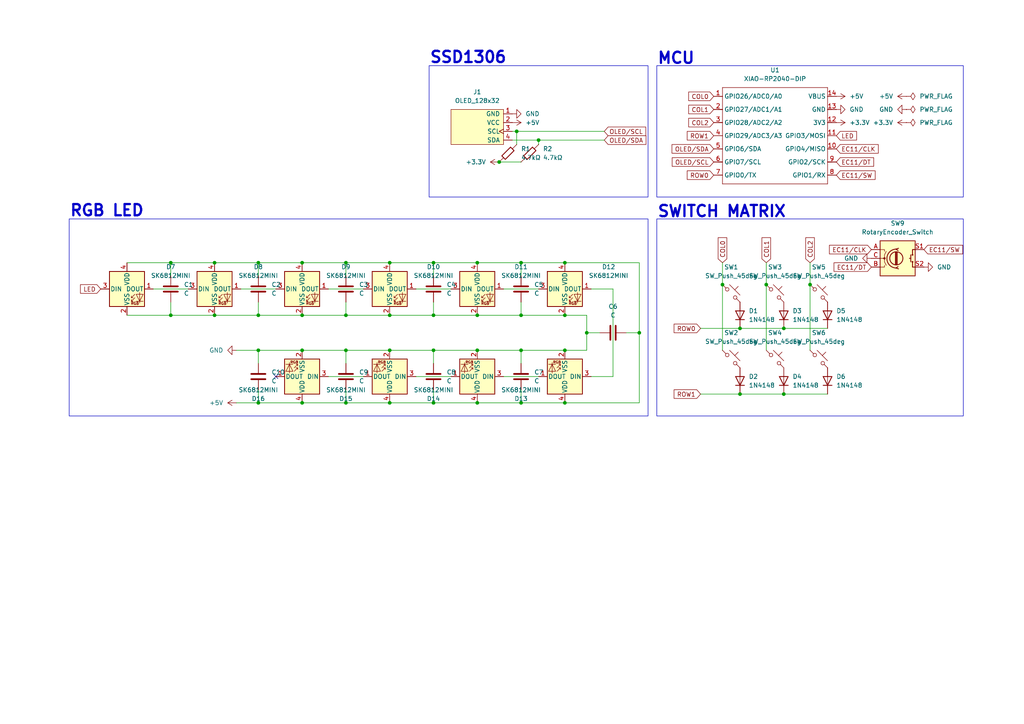
<source format=kicad_sch>
(kicad_sch (version 20250114) (generator "eeschema") (generator_version "9.0")
  (paper "A4")
  (title_block (title "Junyapad") (date "2025-07-01") (rev "1") (comment 1 "Junya :3") (comment 2 "https://github.com/junyali/Junyapad"))
  (lib_symbols
    (symbol "Device:C" (pin_numbers (hide yes)) (pin_names (offset 0.254))
      (property "Reference" "C" (at 0.635 2.54 0))
      (property "Value" "C" (at 0.635 -2.54 0))
      (symbol "C_0_1"
        (polyline (pts (xy -2.032 0.762) (xy 2.032 0.762)) (stroke (width 0.508)))
        (polyline (pts (xy -2.032 -0.762) (xy 2.032 -0.762)) (stroke (width 0.508)))
      )
      (symbol "C_1_1"
        (pin passive line (at 0 3.81 270) (length 2.794) (name "~") (number "1"))
        (pin passive line (at 0 -3.81 90) (length 2.794) (name "~") (number "2"))
      )
    )
    (symbol "Device:R_45deg" (pin_numbers (hide yes)) (pin_names (offset 0))
      (property "Reference" "R" (at 5.08 2.54 0))
      (property "Value" "R_45deg" (at 8.255 0.635 0))
      (symbol "R_45deg_0_1"
        (polyline (pts (xy -2.54 2.54) (xy -1.27 1.27)))
        (polyline (pts (xy 1.27 -1.27) (xy 2.54 -2.54)))
      )
      (symbol "R_45deg_1_1"
        (polyline (pts (xy -1.778 0.762) (xy 0.762 -1.778) (xy 1.778 -0.762) (xy -0.762 1.778) (xy -1.778 0.762)) (stroke (width 0.254)))
        (pin passive line (at -2.54 2.54 0) (length 0) (name "~") (number "1"))
        (pin passive line (at 2.54 -2.54 180) (length 0) (name "~") (number "2"))
      )
    )
    (symbol "Device:RotaryEncoder_Switch" (pin_names (offset 0.254) (hide yes))
      (property "Reference" "SW" (at 0 6.604 0))
      (property "Value" "RotaryEncoder_Switch" (at 0 -6.604 0))
      (symbol "RotaryEncoder_Switch_0_1"
        (rectangle (start -5.08 5.08) (end 5.08 -5.08) (stroke (width 0.254)) (fill (type background)))
        (polyline (pts (xy -5.08 2.54) (xy -3.81 2.54) (xy -3.81 2.032)))
        (polyline (pts (xy -5.08 0) (xy -3.81 0) (xy -3.81 -1.016) (xy -3.302 -2.032)))
        (polyline (pts (xy -5.08 -2.54) (xy -3.81 -2.54) (xy -3.81 -2.032)))
        (polyline (pts (xy -4.318 0) (xy -3.81 0) (xy -3.81 1.016) (xy -3.302 2.032)))
        (circle (center -3.81 0) (radius 0.254) (fill (type outline)))
        (polyline (pts (xy -0.635 -1.778) (xy -0.635 1.778)) (stroke (width 0.254)))
        (circle (center -0.381 0) (radius 1.905) (stroke (width 0.254)))
        (polyline (pts (xy -0.381 -1.778) (xy -0.381 1.778)) (stroke (width 0.254)))
        (arc (start -0.381 -2.794) (mid -3.0988 -0.0635) (end -0.381 2.667) (stroke (width 0.254)))
        (polyline (pts (xy -0.127 1.778) (xy -0.127 -1.778)) (stroke (width 0.254)))
        (polyline (pts (xy 0.254 2.921) (xy -0.508 2.667) (xy 0.127 2.286)) (stroke (width 0.254)))
        (polyline (pts (xy 0.254 -3.048) (xy -0.508 -2.794) (xy 0.127 -2.413)) (stroke (width 0.254)))
        (polyline (pts (xy 3.81 1.016) (xy 3.81 -1.016)) (stroke (width 0.254)))
        (polyline (pts (xy 3.81 0) (xy 3.429 0)) (stroke (width 0.254)))
        (circle (center 4.318 1.016) (radius 0.127) (stroke (width 0.254)))
        (circle (center 4.318 -1.016) (radius 0.127) (stroke (width 0.254)))
        (polyline (pts (xy 5.08 2.54) (xy 4.318 2.54) (xy 4.318 1.016)) (stroke (width 0.254)))
        (polyline (pts (xy 5.08 -2.54) (xy 4.318 -2.54) (xy 4.318 -1.016)) (stroke (width 0.254)))
      )
      (symbol "RotaryEncoder_Switch_1_1"
        (pin passive line (at -7.62 2.54 0) (length 2.54) (name "A") (number "A"))
        (pin passive line (at -7.62 0 0) (length 2.54) (name "C") (number "C"))
        (pin passive line (at -7.62 -2.54 0) (length 2.54) (name "B") (number "B"))
        (pin passive line (at 7.62 2.54 180) (length 2.54) (name "S1") (number "S1"))
        (pin passive line (at 7.62 -2.54 180) (length 2.54) (name "S2") (number "S2"))
      )
    )
    (symbol "Diode:1N4148" (pin_numbers (hide yes)) (pin_names (hide yes))
      (property "Reference" "D" (at 0 2.54 0))
      (property "Value" "1N4148" (at 0 -2.54 0))
      (symbol "1N4148_0_1"
        (polyline (pts (xy -1.27 1.27) (xy -1.27 -1.27)) (stroke (width 0.254)))
        (polyline (pts (xy 1.27 1.27) (xy 1.27 -1.27) (xy -1.27 0) (xy 1.27 1.27)) (stroke (width 0.254)))
        (polyline (pts (xy 1.27 0) (xy -1.27 0)))
      )
      (symbol "1N4148_1_1"
        (pin passive line (at -3.81 0 0) (length 2.54) (name "K") (number "1"))
        (pin passive line (at 3.81 0 180) (length 2.54) (name "A") (number "2"))
      )
    )
    (symbol "LED:SK6812MINI" (pin_names (offset 0.254))
      (property "Reference" "D" (at 5.08 5.715 0))
      (property "Value" "SK6812MINI" (at 1.27 -5.715 0))
      (symbol "SK6812MINI_0_0"
        (text "RGB" (at 2.286 -4.191 0) (effects (font (size 0.762 0.762))))
      )
      (symbol "SK6812MINI_0_1"
        (polyline (pts (xy 1.27 -2.54) (xy 1.778 -2.54)))
        (polyline (pts (xy 1.27 -3.556) (xy 1.778 -3.556)))
        (polyline (pts (xy 2.286 -1.524) (xy 1.27 -2.54) (xy 1.27 -2.032)))
        (polyline (pts (xy 2.286 -2.54) (xy 1.27 -3.556) (xy 1.27 -3.048)))
        (polyline (pts (xy 3.683 -1.016) (xy 3.683 -3.556) (xy 3.683 -4.064)))
        (polyline (pts (xy 4.699 -1.524) (xy 2.667 -1.524) (xy 3.683 -3.556) (xy 4.699 -1.524)))
        (polyline (pts (xy 4.699 -3.556) (xy 2.667 -3.556)))
        (rectangle (start 5.08 5.08) (end -5.08 -5.08) (stroke (width 0.254)) (fill (type background)))
      )
      (symbol "SK6812MINI_1_1"
        (pin input line (at -7.62 0 0) (length 2.54) (name "DIN") (number "3"))
        (pin power_in line (at 0 7.62 270) (length 2.54) (name "VDD") (number "4"))
        (pin power_in line (at 0 -7.62 90) (length 2.54) (name "VSS") (number "2"))
        (pin output line (at 7.62 0 180) (length 2.54) (name "DOUT") (number "1"))
      )
    )
    (symbol "OPL:XIAO-RP2040-DIP"
      (property "Reference" "U" (at 0 0 0))
      (property "Value" "XIAO-RP2040-DIP" (at 5.334 -1.778 0))
      (symbol "XIAO-RP2040-DIP_1_0"
        (polyline (pts (xy -1.27 -2.54) (xy 29.21 -2.54)) (stroke (width 0.1524)))
        (polyline (pts (xy -1.27 -5.08) (xy -2.54 -5.08)) (stroke (width 0.1524)))
        (polyline (pts (xy -1.27 -5.08) (xy -1.27 -2.54)) (stroke (width 0.1524)))
        (polyline (pts (xy -1.27 -8.89) (xy -2.54 -8.89)) (stroke (width 0.1524)))
        (polyline (pts (xy -1.27 -8.89) (xy -1.27 -5.08)) (stroke (width 0.1524)))
        (polyline (pts (xy -1.27 -12.7) (xy -2.54 -12.7)) (stroke (width 0.1524)))
        (polyline (pts (xy -1.27 -12.7) (xy -1.27 -8.89)) (stroke (width 0.1524)))
        (polyline (pts (xy -1.27 -16.51) (xy -2.54 -16.51)) (stroke (width 0.1524)))
        (polyline (pts (xy -1.27 -16.51) (xy -1.27 -12.7)) (stroke (width 0.1524)))
        (polyline (pts (xy -1.27 -20.32) (xy -2.54 -20.32)) (stroke (width 0.1524)))
        (polyline (pts (xy -1.27 -24.13) (xy -2.54 -24.13)) (stroke (width 0.1524)))
        (polyline (pts (xy -1.27 -27.94) (xy -2.54 -27.94)) (stroke (width 0.1524)))
        (polyline (pts (xy -1.27 -30.48) (xy -1.27 -16.51)) (stroke (width 0.1524)))
        (polyline (pts (xy 29.21 -2.54) (xy 29.21 -5.08)) (stroke (width 0.1524)))
        (polyline (pts (xy 29.21 -5.08) (xy 29.21 -8.89)) (stroke (width 0.1524)))
        (polyline (pts (xy 29.21 -8.89) (xy 29.21 -12.7)) (stroke (width 0.1524)))
        (polyline (pts (xy 29.21 -12.7) (xy 29.21 -30.48)) (stroke (width 0.1524)))
        (polyline (pts (xy 29.21 -30.48) (xy -1.27 -30.48)) (stroke (width 0.1524)))
        (polyline (pts (xy 30.48 -5.08) (xy 29.21 -5.08)) (stroke (width 0.1524)))
        (polyline (pts (xy 30.48 -8.89) (xy 29.21 -8.89)) (stroke (width 0.1524)))
        (polyline (pts (xy 30.48 -12.7) (xy 29.21 -12.7)) (stroke (width 0.1524)))
        (polyline (pts (xy 30.48 -16.51) (xy 29.21 -16.51)) (stroke (width 0.1524)))
        (polyline (pts (xy 30.48 -20.32) (xy 29.21 -20.32)) (stroke (width 0.1524)))
        (polyline (pts (xy 30.48 -24.13) (xy 29.21 -24.13)) (stroke (width 0.1524)))
        (polyline (pts (xy 30.48 -27.94) (xy 29.21 -27.94)) (stroke (width 0.1524)))
        (pin passive line (at -3.81 -5.08 0) (length 2.54) (name "GPIO26/ADC0/A0") (number "1"))
        (pin passive line (at -3.81 -8.89 0) (length 2.54) (name "GPIO27/ADC1/A1") (number "2"))
        (pin passive line (at -3.81 -12.7 0) (length 2.54) (name "GPIO28/ADC2/A2") (number "3"))
        (pin passive line (at -3.81 -16.51 0) (length 2.54) (name "GPIO29/ADC3/A3") (number "4"))
        (pin passive line (at -3.81 -20.32 0) (length 2.54) (name "GPIO6/SDA") (number "5"))
        (pin passive line (at -3.81 -24.13 0) (length 2.54) (name "GPIO7/SCL") (number "6"))
        (pin passive line (at -3.81 -27.94 0) (length 2.54) (name "GPIO0/TX") (number "7"))
        (pin passive line (at 31.75 -5.08 180) (length 2.54) (name "VBUS") (number "14"))
        (pin passive line (at 31.75 -8.89 180) (length 2.54) (name "GND") (number "13"))
        (pin passive line (at 31.75 -12.7 180) (length 2.54) (name "3V3") (number "12"))
        (pin passive line (at 31.75 -16.51 180) (length 2.54) (name "GPIO3/MOSI") (number "11"))
        (pin passive line (at 31.75 -20.32 180) (length 2.54) (name "GPIO4/MISO") (number "10"))
        (pin passive line (at 31.75 -24.13 180) (length 2.54) (name "GPIO2/SCK") (number "9"))
        (pin passive line (at 31.75 -27.94 180) (length 2.54) (name "GPIO1/RX") (number "8"))
      )
    )
    (symbol "ScottoKeebs:OLED_128x32" (pin_names (offset 1.016))
      (property "Reference" "J" (at 0 -6.35 0))
      (property "Value" "OLED_128x32" (at 0 6.35 0))
      (symbol "OLED_128x32_0_1"
        (rectangle (start 0 5.08) (end 15.24 -5.08) (fill (type background)))
      )
      (symbol "OLED_128x32_1_1"
        (pin bidirectional line (at -2.54 3.81 0) (length 2.54) (name "SDA") (number "4"))
        (pin input clock (at -2.54 1.27 0) (length 2.54) (name "SCL") (number "3"))
        (pin power_in line (at -2.54 -1.27 0) (length 2.54) (name "VCC") (number "2"))
        (pin power_in line (at -2.54 -3.81 0) (length 2.54) (name "GND") (number "1"))
      )
    )
    (symbol "Switch:SW_Push_45deg" (pin_numbers (hide yes)) (pin_names (offset 1.016) (hide yes))
      (property "Reference" "SW" (at 3.048 1.016 0))
      (property "Value" "SW_Push_45deg" (at 0 -3.81 0))
      (symbol "SW_Push_45deg_0_1"
        (polyline (pts (xy -2.54 2.54) (xy -1.524 1.524) (xy -1.524 1.524)))
        (circle (center -1.1684 1.1684) (radius 0.508))
        (polyline (pts (xy -0.508 2.54) (xy 2.54 -0.508)))
        (polyline (pts (xy 1.016 1.016) (xy 2.032 2.032)))
        (circle (center 1.143 -1.1938) (radius 0.508))
        (polyline (pts (xy 1.524 -1.524) (xy 2.54 -2.54) (xy 2.54 -2.54) (xy 2.54 -2.54)))
        (pin passive line (at -2.54 2.54 0) (length 0) (name "1") (number "1"))
        (pin passive line (at 2.54 -2.54 180) (length 0) (name "2") (number "2"))
      )
    )
    (symbol "power:+3.3V" (power) (pin_numbers (hide yes)) (pin_names (offset 0) (hide yes))
      (property "Value" "+3.3V" (at 0 3.556 0))
      (symbol "+3.3V_0_1"
        (polyline (pts (xy -0.762 1.27) (xy 0 2.54)))
        (polyline (pts (xy 0 2.54) (xy 0.762 1.27)))
        (polyline (pts (xy 0 0) (xy 0 2.54)))
      )
      (symbol "+3.3V_1_1"
        (pin power_in line (at 0 0 90) (length 0) (name "~") (number "1"))
      )
    )
    (symbol "power:+5V" (power) (pin_numbers (hide yes)) (pin_names (offset 0) (hide yes))
      (property "Value" "+5V" (at 0 3.556 0))
      (symbol "+5V_0_1"
        (polyline (pts (xy -0.762 1.27) (xy 0 2.54)))
        (polyline (pts (xy 0 2.54) (xy 0.762 1.27)))
        (polyline (pts (xy 0 0) (xy 0 2.54)))
      )
      (symbol "+5V_1_1"
        (pin power_in line (at 0 0 90) (length 0) (name "~") (number "1"))
      )
    )
    (symbol "power:GND" (power) (pin_numbers (hide yes)) (pin_names (offset 0) (hide yes))
      (property "Value" "GND" (at 0 -3.81 0))
      (symbol "GND_0_1"
        (polyline (pts (xy 0 0) (xy 0 -1.27) (xy 1.27 -1.27) (xy 0 -2.54) (xy -1.27 -1.27) (xy 0 -1.27)))
      )
      (symbol "GND_1_1"
        (pin power_in line (at 0 0 270) (length 0) (name "~") (number "1"))
      )
    )
    (symbol "power:PWR_FLAG" (power) (pin_numbers (hide yes)) (pin_names (offset 0) (hide yes))
      (property "Value" "PWR_FLAG" (at 0 3.81 0))
      (symbol "PWR_FLAG_0_0"
        (pin power_out line (at 0 0 90) (length 0) (name "~") (number "1"))
      )
      (symbol "PWR_FLAG_0_1"
        (polyline (pts (xy 0 0) (xy 0 1.27) (xy -1.016 1.905) (xy 0 2.54) (xy 1.016 1.905) (xy 0 1.27)))
      )
    )
  )
  (rectangle (start 190.5 63.5) (end 279.4 120.65))
  (rectangle (start 190.5 19.05) (end 279.4 57.15))
  (rectangle (start 20.066 63.5) (end 187.96 120.65))
  (rectangle (start 124.46 19.05) (end 187.96 57.15))
  (text "SSD1306" (at 124.46 16.764 0) (effects (font (size 3.2512 3.2512) (thickness 0.6502) (bold yes)) (justify left)))
  (text "SWITCH MATRIX" (at 190.5 61.468 0) (effects (font (size 3.2512 3.2512) (thickness 0.6502) (bold yes)) (justify left)))
  (text "RGB LED\n" (at 20.066 61.214 0) (effects (font (size 3.2512 3.2512) (thickness 0.6502) (bold yes)) (justify left)))
  (text "MCU" (at 190.5 17.018 0) (effects (font (size 3.2512 3.2512) (thickness 0.6502) (bold yes)) (justify left)))
  (junction (at 138.43 116.84))
  (junction (at 87.63 91.44))
  (junction (at 138.43 76.2))
  (junction (at 163.83 116.84))
  (junction (at 222.25 82.55))
  (junction (at 100.33 76.2))
  (junction (at 149.86 38.1))
  (junction (at 214.63 95.25))
  (junction (at 62.23 76.2))
  (junction (at 100.33 116.84))
  (junction (at 170.18 96.52))
  (junction (at 185.42 96.52))
  (junction (at 49.53 91.44))
  (junction (at 163.83 101.6))
  (junction (at 156.21 40.64))
  (junction (at 151.13 101.6))
  (junction (at 214.63 114.3))
  (junction (at 62.23 91.44))
  (junction (at 234.95 82.55))
  (junction (at 151.13 76.2))
  (junction (at 151.13 91.44))
  (junction (at 87.63 116.84))
  (junction (at 74.93 76.2))
  (junction (at 113.03 91.44))
  (junction (at 125.73 91.44))
  (junction (at 74.93 101.6))
  (junction (at 87.63 101.6))
  (junction (at 113.03 116.84))
  (junction (at 138.43 91.44))
  (junction (at 87.63 76.2))
  (junction (at 163.83 91.44))
  (junction (at 100.33 91.44))
  (junction (at 163.83 76.2))
  (junction (at 49.53 76.2))
  (junction (at 74.93 91.44))
  (junction (at 209.55 82.55))
  (junction (at 227.33 114.3))
  (junction (at 100.33 101.6))
  (junction (at 125.73 101.6))
  (junction (at 138.43 101.6))
  (junction (at 113.03 76.2))
  (junction (at 144.78 46.99))
  (junction (at 74.93 116.84))
  (junction (at 125.73 76.2))
  (junction (at 227.33 95.25))
  (junction (at 113.03 101.6))
  (junction (at 151.13 116.84))
  (junction (at 125.73 116.84))
  (no_connect (at 80.01 109.22))
  (wire (pts (xy 163.83 76.2) (xy 185.42 76.2)))
  (wire (pts (xy 100.33 101.6) (xy 100.33 105.41)))
  (wire (pts (xy 69.85 83.82) (xy 80.01 83.82)))
  (wire (pts (xy 125.73 76.2) (xy 138.43 76.2)))
  (wire (pts (xy 234.95 82.55) (xy 234.95 101.6)))
  (wire (pts (xy 151.13 91.44) (xy 163.83 91.44)))
  (wire (pts (xy 144.78 46.99) (xy 151.13 46.99)))
  (wire (pts (xy 138.43 91.44) (xy 151.13 91.44)))
  (wire (pts (xy 100.33 87.63) (xy 100.33 91.44)))
  (wire (pts (xy 100.33 91.44) (xy 113.03 91.44)))
  (wire (pts (xy 100.33 76.2) (xy 113.03 76.2)))
  (wire (pts (xy 149.86 38.1) (xy 149.86 41.91)))
  (wire (pts (xy 113.03 101.6) (xy 100.33 101.6)))
  (wire (pts (xy 87.63 116.84) (xy 74.93 116.84)))
  (wire (pts (xy 113.03 76.2) (xy 125.73 76.2)))
  (wire (pts (xy 74.93 101.6) (xy 68.58 101.6)))
  (wire (pts (xy 151.13 113.03) (xy 151.13 116.84)))
  (wire (pts (xy 138.43 116.84) (xy 125.73 116.84)))
  (wire (pts (xy 125.73 101.6) (xy 125.73 105.41)))
  (wire (pts (xy 227.33 95.25) (xy 240.03 95.25)))
  (wire (pts (xy 125.73 91.44) (xy 138.43 91.44)))
  (wire (pts (xy 95.25 109.22) (xy 105.41 109.22)))
  (wire (pts (xy 125.73 76.2) (xy 125.73 80.01)))
  (wire (pts (xy 214.63 114.3) (xy 227.33 114.3)))
  (wire (pts (xy 185.42 76.2) (xy 185.42 96.52)))
  (wire (pts (xy 171.45 83.82) (xy 177.8 83.82)))
  (wire (pts (xy 222.25 76.2) (xy 222.25 82.55)))
  (wire (pts (xy 74.93 113.03) (xy 74.93 116.84)))
  (wire (pts (xy 138.43 101.6) (xy 125.73 101.6)))
  (wire (pts (xy 74.93 101.6) (xy 74.93 105.41)))
  (wire (pts (xy 120.65 83.82) (xy 130.81 83.82)))
  (wire (pts (xy 100.33 113.03) (xy 100.33 116.84)))
  (wire (pts (xy 100.33 101.6) (xy 87.63 101.6)))
  (wire (pts (xy 113.03 116.84) (xy 100.33 116.84)))
  (wire (pts (xy 170.18 101.6) (xy 163.83 101.6)))
  (wire (pts (xy 234.95 76.2) (xy 234.95 82.55)))
  (wire (pts (xy 209.55 82.55) (xy 209.55 101.6)))
  (wire (pts (xy 49.53 91.44) (xy 62.23 91.44)))
  (wire (pts (xy 170.18 96.52) (xy 170.18 101.6)))
  (wire (pts (xy 163.83 101.6) (xy 151.13 101.6)))
  (wire (pts (xy 148.59 40.64) (xy 156.21 40.64)))
  (wire (pts (xy 222.25 82.55) (xy 222.25 101.6)))
  (wire (pts (xy 100.33 76.2) (xy 100.33 80.01)))
  (wire (pts (xy 74.93 91.44) (xy 87.63 91.44)))
  (wire (pts (xy 209.55 76.2) (xy 209.55 82.55)))
  (wire (pts (xy 151.13 76.2) (xy 163.83 76.2)))
  (wire (pts (xy 138.43 76.2) (xy 151.13 76.2)))
  (wire (pts (xy 185.42 96.52) (xy 185.42 116.84)))
  (wire (pts (xy 181.61 96.52) (xy 185.42 96.52)))
  (wire (pts (xy 113.03 91.44) (xy 125.73 91.44)))
  (wire (pts (xy 151.13 101.6) (xy 151.13 105.41)))
  (wire (pts (xy 149.86 38.1) (xy 175.26 38.1)))
  (wire (pts (xy 227.33 114.3) (xy 240.03 114.3)))
  (wire (pts (xy 87.63 76.2) (xy 100.33 76.2)))
  (wire (pts (xy 87.63 101.6) (xy 74.93 101.6)))
  (wire (pts (xy 125.73 116.84) (xy 113.03 116.84)))
  (wire (pts (xy 177.8 109.22) (xy 171.45 109.22)))
  (wire (pts (xy 49.53 76.2) (xy 62.23 76.2)))
  (wire (pts (xy 74.93 116.84) (xy 68.58 116.84)))
  (wire (pts (xy 163.83 91.44) (xy 170.18 91.44)))
  (wire (pts (xy 95.25 83.82) (xy 105.41 83.82)))
  (wire (pts (xy 156.21 40.64) (xy 175.26 40.64)))
  (wire (pts (xy 125.73 113.03) (xy 125.73 116.84)))
  (wire (pts (xy 151.13 76.2) (xy 151.13 80.01)))
  (wire (pts (xy 146.05 83.82) (xy 156.21 83.82)))
  (wire (pts (xy 74.93 87.63) (xy 74.93 91.44)))
  (wire (pts (xy 125.73 87.63) (xy 125.73 91.44)))
  (wire (pts (xy 214.63 95.25) (xy 227.33 95.25)))
  (wire (pts (xy 49.53 76.2) (xy 49.53 80.01)))
  (wire (pts (xy 125.73 101.6) (xy 113.03 101.6)))
  (wire (pts (xy 151.13 87.63) (xy 151.13 91.44)))
  (wire (pts (xy 151.13 101.6) (xy 138.43 101.6)))
  (wire (pts (xy 49.53 87.63) (xy 49.53 91.44)))
  (wire (pts (xy 74.93 76.2) (xy 87.63 76.2)))
  (wire (pts (xy 185.42 116.84) (xy 163.83 116.84)))
  (wire (pts (xy 62.23 91.44) (xy 74.93 91.44)))
  (wire (pts (xy 100.33 116.84) (xy 87.63 116.84)))
  (wire (pts (xy 170.18 96.52) (xy 173.99 96.52)))
  (wire (pts (xy 74.93 76.2) (xy 74.93 80.01)))
  (wire (pts (xy 170.18 91.44) (xy 170.18 96.52)))
  (wire (pts (xy 156.21 40.64) (xy 156.21 41.91)))
  (wire (pts (xy 148.59 38.1) (xy 149.86 38.1)))
  (wire (pts (xy 151.13 116.84) (xy 138.43 116.84)))
  (wire (pts (xy 62.23 76.2) (xy 74.93 76.2)))
  (wire (pts (xy 177.8 83.82) (xy 177.8 109.22)))
  (wire (pts (xy 203.2 114.3) (xy 214.63 114.3)))
  (wire (pts (xy 146.05 109.22) (xy 156.21 109.22)))
  (wire (pts (xy 36.83 76.2) (xy 49.53 76.2)))
  (wire (pts (xy 87.63 91.44) (xy 100.33 91.44)))
  (wire (pts (xy 120.65 109.22) (xy 130.81 109.22)))
  (wire (pts (xy 203.2 95.25) (xy 214.63 95.25)))
  (wire (pts (xy 36.83 91.44) (xy 49.53 91.44)))
  (wire (pts (xy 44.45 83.82) (xy 54.61 83.82)))
  (wire (pts (xy 163.83 116.84) (xy 151.13 116.84)))
  (global_label "ROW1" (shape input) (at 203.2 114.3 180) (property "Intersheetrefs" "${INTERSHEET_REFS}" (effects (hide yes))))
  (global_label "EC11{slash}DT" (shape input) (at 252.73 77.47 180) (property "Intersheetrefs" "${INTERSHEET_REFS}" (effects (hide yes))))
  (global_label "ROW0" (shape input) (at 203.2 95.25 180) (property "Intersheetrefs" "${INTERSHEET_REFS}" (effects (hide yes))))
  (global_label "COL2" (shape input) (at 207.01 35.56 180) (property "Intersheetrefs" "${INTERSHEET_REFS}" (effects (hide yes))))
  (global_label "EC11{slash}CLK" (shape input) (at 242.57 43.18 0) (property "Intersheetrefs" "${INTERSHEET_REFS}" (effects (hide yes))))
  (global_label "COL0" (shape input) (at 209.55 76.2 90) (property "Intersheetrefs" "${INTERSHEET_REFS}" (effects (hide yes))))
  (global_label "EC11{slash}DT" (shape input) (at 242.57 46.99 0) (property "Intersheetrefs" "${INTERSHEET_REFS}" (effects (hide yes))))
  (global_label "COL1" (shape input) (at 207.01 31.75 180) (property "Intersheetrefs" "${INTERSHEET_REFS}" (effects (hide yes))))
  (global_label "COL0" (shape input) (at 207.01 27.94 180) (property "Intersheetrefs" "${INTERSHEET_REFS}" (effects (hide yes))))
  (global_label "COL1" (shape input) (at 222.25 76.2 90) (property "Intersheetrefs" "${INTERSHEET_REFS}" (effects (hide yes))))
  (global_label "EC11{slash}SW" (shape input) (at 242.57 50.8 0) (property "Intersheetrefs" "${INTERSHEET_REFS}" (effects (hide yes))))
  (global_label "EC11{slash}CLK" (shape input) (at 252.73 72.39 180) (property "Intersheetrefs" "${INTERSHEET_REFS}" (effects (hide yes))))
  (global_label "EC11{slash}SW" (shape input) (at 267.97 72.39 0) (property "Intersheetrefs" "${INTERSHEET_REFS}" (effects (hide yes))))
  (global_label "LED" (shape input) (at 29.21 83.82 180) (property "Intersheetrefs" "${INTERSHEET_REFS}" (effects (hide yes))))
  (global_label "OLED{slash}SDA" (shape input) (at 207.01 43.18 180) (property "Intersheetrefs" "${INTERSHEET_REFS}" (effects (hide yes))))
  (global_label "LED" (shape input) (at 242.57 39.37 0) (property "Intersheetrefs" "${INTERSHEET_REFS}" (effects (hide yes))))
  (global_label "COL2" (shape input) (at 234.95 76.2 90) (property "Intersheetrefs" "${INTERSHEET_REFS}" (effects (hide yes))))
  (global_label "OLED{slash}SDA" (shape input) (at 175.26 40.64 0) (property "Intersheetrefs" "${INTERSHEET_REFS}" (effects (hide yes))))
  (global_label "ROW1" (shape input) (at 207.01 39.37 180) (property "Intersheetrefs" "${INTERSHEET_REFS}" (effects (hide yes))))
  (global_label "ROW0" (shape input) (at 207.01 50.8 180) (property "Intersheetrefs" "${INTERSHEET_REFS}" (effects (hide yes))))
  (global_label "OLED{slash}SCL" (shape input) (at 207.01 46.99 180) (property "Intersheetrefs" "${INTERSHEET_REFS}" (effects (hide yes))))
  (global_label "OLED{slash}SCL" (shape input) (at 175.26 38.1 0) (property "Intersheetrefs" "${INTERSHEET_REFS}" (effects (hide yes))))
  (symbol (lib_id "power:GND") (at 262.89 31.75 270) (unit 1)
    (property "Reference" "#PWR03" (effects (hide yes)))
    (property "Value" "GND" (at 259.08 31.7499 90) (effects (justify right)))
    (property "Description" "Power symbol creates a global label with name \"GND\" , ground" (effects (hide yes)))
  )
  (symbol (lib_id "Device:RotaryEncoder_Switch") (at 260.35 74.93 0) (unit 1)
    (property "Reference" "SW9" (at 260.35 64.77 0))
    (property "Value" "RotaryEncoder_Switch" (at 260.35 67.31 0))
    (property "Footprint" "Rotary_Encoder:RotaryEncoder_Alps_EC11E-Switch_Vertical_H20mm" (effects (hide yes)))
    (property "Description" "Rotary encoder, dual channel, incremental quadrate outputs, with switch" (effects (hide yes)))
  )
  (symbol (lib_id "Device:C") (at 74.93 109.22 0) (unit 1)
    (property "Reference" "C10" (at 78.74 107.9499 0) (effects (justify left)))
    (property "Value" "C" (at 78.74 110.4899 0) (effects (justify left)))
    (property "Footprint" "Capacitor_THT:C_Disc_D3.0mm_W1.6mm_P2.50mm" (effects (hide yes)))
    (property "Description" "Unpolarized capacitor" (effects (hide yes)))
  )
  (symbol (lib_id "Switch:SW_Push_45deg") (at 237.49 85.09 0) (unit 1)
    (property "Reference" "SW5" (at 237.49 77.47 0))
    (property "Value" "SW_Push_45deg" (at 237.49 80.01 0))
    (property "Footprint" "MX_Solderable:MX-Solderable-1U" (effects (hide yes)))
    (property "Description" "Push button switch, normally open, two pins, 45° tilted" (effects (hide yes)))
  )
  (symbol (lib_id "LED:SK6812MINI") (at 138.43 109.22 180) (unit 1)
    (property "Reference" "D14" (at 125.73 115.6402 0))
    (property "Value" "SK6812MINI" (at 125.73 113.1002 0))
    (property "Footprint" "LED_SMD:LED_SK6812MINI_PLCC4_3.5x3.5mm_P1.75mm" (effects (hide yes)))
    (property "Datasheet" "https://cdn-shop.adafruit.com/product-files/2686/SK6812MINI_REV.01-1-2.pdf" (effects (hide yes)))
    (property "Description" "RGB LED with integrated controller" (effects (hide yes)))
  )
  (symbol (lib_id "Device:C") (at 74.93 83.82 0) (unit 1)
    (property "Reference" "C2" (at 78.74 82.5499 0) (effects (justify left)))
    (property "Value" "C" (at 78.74 85.0899 0) (effects (justify left)))
    (property "Footprint" "Capacitor_THT:C_Disc_D3.0mm_W1.6mm_P2.50mm" (effects (hide yes)))
    (property "Description" "Unpolarized capacitor" (effects (hide yes)))
  )
  (symbol (lib_id "power:+3.3V") (at 262.89 35.56 90) (unit 1)
    (property "Reference" "#PWR06" (effects (hide yes)))
    (property "Value" "+3.3V" (at 259.08 35.5599 90) (effects (justify left)))
    (property "Description" "Power symbol creates a global label with name \"+3.3V\"" (effects (hide yes)))
  )
  (symbol (lib_id "Diode:1N4148") (at 240.03 91.44 90) (unit 1)
    (property "Reference" "D5" (at 242.57 90.1699 90) (effects (justify right)))
    (property "Value" "1N4148" (at 242.57 92.7099 90) (effects (justify right)))
    (property "Footprint" "Diode_THT:D_DO-35_SOD27_P7.62mm_Horizontal" (effects (hide yes)))
    (property "Datasheet" "https://assets.nexperia.com/documents/data-sheet/1N4148_1N4448.pdf" (effects (hide yes)))
    (property "Description" "100V 0.15A standard switching diode, DO-35" (effects (hide yes)))
    (property "Sim.Device" "D" (effects (hide yes)))
    (property "Sim.Pins" "1=K 2=A" (effects (hide yes)))
  )
  (symbol (lib_id "power:+5V") (at 262.89 27.94 90) (unit 1)
    (property "Reference" "#PWR04" (effects (hide yes)))
    (property "Value" "+5V" (at 259.08 27.9399 90) (effects (justify left)))
    (property "Description" "Power symbol creates a global label with name \"+5V\"" (effects (hide yes)))
  )
  (symbol (lib_id "Device:C") (at 125.73 83.82 0) (unit 1)
    (property "Reference" "C4" (at 129.54 82.5499 0) (effects (justify left)))
    (property "Value" "C" (at 129.54 85.0899 0) (effects (justify left)))
    (property "Footprint" "Capacitor_THT:C_Disc_D3.0mm_W1.6mm_P2.50mm" (effects (hide yes)))
    (property "Description" "Unpolarized capacitor" (effects (hide yes)))
  )
  (symbol (lib_id "Switch:SW_Push_45deg") (at 212.09 85.09 0) (unit 1)
    (property "Reference" "SW1" (at 212.09 77.47 0))
    (property "Value" "SW_Push_45deg" (at 212.09 80.01 0))
    (property "Footprint" "MX_Solderable:MX-Solderable-1U" (effects (hide yes)))
    (property "Description" "Push button switch, normally open, two pins, 45° tilted" (effects (hide yes)))
  )
  (symbol (lib_id "power:GND") (at 252.73 74.93 270) (unit 1)
    (property "Reference" "#PWR010" (effects (hide yes)))
    (property "Value" "GND" (at 248.92 74.9299 90) (effects (justify right)))
    (property "Description" "Power symbol creates a global label with name \"GND\" , ground" (effects (hide yes)))
  )
  (symbol (lib_id "power:PWR_FLAG") (at 262.89 27.94 270) (unit 1)
    (property "Reference" "#FLG01" (effects (hide yes)))
    (property "Value" "PWR_FLAG" (at 266.7 27.9399 90) (effects (justify left)))
    (property "Description" "Special symbol for telling ERC where power comes from" (effects (hide yes)))
  )
  (symbol (lib_id "power:+5V") (at 242.57 27.94 270) (unit 1)
    (property "Reference" "#PWR01" (effects (hide yes)))
    (property "Value" "+5V" (at 246.38 27.9399 90) (effects (justify left)))
    (property "Description" "Power symbol creates a global label with name \"+5V\"" (effects (hide yes)))
  )
  (symbol (lib_id "LED:SK6812MINI") (at 113.03 109.22 180) (unit 1)
    (property "Reference" "D15" (at 100.33 115.6402 0))
    (property "Value" "SK6812MINI" (at 100.33 113.1002 0))
    (property "Footprint" "LED_SMD:LED_SK6812MINI_PLCC4_3.5x3.5mm_P1.75mm" (effects (hide yes)))
    (property "Datasheet" "https://cdn-shop.adafruit.com/product-files/2686/SK6812MINI_REV.01-1-2.pdf" (effects (hide yes)))
    (property "Description" "RGB LED with integrated controller" (effects (hide yes)))
  )
  (symbol (lib_id "LED:SK6812MINI") (at 113.03 83.82 0) (unit 1)
    (property "Reference" "D10" (at 125.73 77.3998 0))
    (property "Value" "SK6812MINI" (at 125.73 79.9398 0))
    (property "Footprint" "LED_SMD:LED_SK6812MINI_PLCC4_3.5x3.5mm_P1.75mm" (effects (hide yes)))
    (property "Datasheet" "https://cdn-shop.adafruit.com/product-files/2686/SK6812MINI_REV.01-1-2.pdf" (effects (hide yes)))
    (property "Description" "RGB LED with integrated controller" (effects (hide yes)))
  )
  (symbol (lib_id "power:GND") (at 68.58 101.6 270) (unit 1)
    (property "Reference" "#PWR013" (effects (hide yes)))
    (property "Value" "GND" (at 64.77 101.5999 90) (effects (justify right)))
    (property "Description" "Power symbol creates a global label with name \"GND\" , ground" (effects (hide yes)))
  )
  (symbol (lib_id "Device:C") (at 100.33 83.82 0) (unit 1)
    (property "Reference" "C3" (at 104.14 82.5499 0) (effects (justify left)))
    (property "Value" "C" (at 104.14 85.0899 0) (effects (justify left)))
    (property "Footprint" "Capacitor_THT:C_Disc_D3.0mm_W1.6mm_P2.50mm" (effects (hide yes)))
    (property "Description" "Unpolarized capacitor" (effects (hide yes)))
  )
  (symbol (lib_id "power:GND") (at 267.97 77.47 90) (unit 1)
    (property "Reference" "#PWR011" (effects (hide yes)))
    (property "Value" "GND" (at 271.78 77.4699 90) (effects (justify right)))
    (property "Description" "Power symbol creates a global label with name \"GND\" , ground" (effects (hide yes)))
  )
  (symbol (lib_id "Switch:SW_Push_45deg") (at 237.49 104.14 0) (unit 1)
    (property "Reference" "SW6" (at 237.49 96.52 0))
    (property "Value" "SW_Push_45deg" (at 237.49 99.06 0))
    (property "Footprint" "MX_Solderable:MX-Solderable-1U" (effects (hide yes)))
    (property "Description" "Push button switch, normally open, two pins, 45° tilted" (effects (hide yes)))
  )
  (symbol (lib_id "LED:SK6812MINI") (at 163.83 109.22 180) (unit 1)
    (property "Reference" "D13" (at 151.13 115.6402 0))
    (property "Value" "SK6812MINI" (at 151.13 113.1002 0))
    (property "Footprint" "LED_SMD:LED_SK6812MINI_PLCC4_3.5x3.5mm_P1.75mm" (effects (hide yes)))
    (property "Datasheet" "https://cdn-shop.adafruit.com/product-files/2686/SK6812MINI_REV.01-1-2.pdf" (effects (hide yes)))
    (property "Description" "RGB LED with integrated controller" (effects (hide yes)))
  )
  (symbol (lib_id "Device:C") (at 177.8 96.52 90) (unit 1)
    (property "Reference" "C6" (at 177.8 88.9 90))
    (property "Value" "C" (at 177.8 91.44 90))
    (property "Footprint" "Capacitor_THT:C_Disc_D3.0mm_W1.6mm_P2.50mm" (effects (hide yes)))
    (property "Description" "Unpolarized capacitor" (effects (hide yes)))
  )
  (symbol (lib_id "power:PWR_FLAG") (at 262.89 35.56 270) (unit 1)
    (property "Reference" "#FLG03" (effects (hide yes)))
    (property "Value" "PWR_FLAG" (at 266.7 35.5599 90) (effects (justify left)))
    (property "Description" "Special symbol for telling ERC where power comes from" (effects (hide yes)))
  )
  (symbol (lib_id "Diode:1N4148") (at 214.63 110.49 90) (unit 1)
    (property "Reference" "D2" (at 217.17 109.2199 90) (effects (justify right)))
    (property "Value" "1N4148" (at 217.17 111.7599 90) (effects (justify right)))
    (property "Footprint" "Diode_THT:D_DO-35_SOD27_P7.62mm_Horizontal" (effects (hide yes)))
    (property "Datasheet" "https://assets.nexperia.com/documents/data-sheet/1N4148_1N4448.pdf" (effects (hide yes)))
    (property "Description" "100V 0.15A standard switching diode, DO-35" (effects (hide yes)))
    (property "Sim.Device" "D" (effects (hide yes)))
    (property "Sim.Pins" "1=K 2=A" (effects (hide yes)))
  )
  (symbol (lib_id "Diode:1N4148") (at 240.03 110.49 90) (unit 1)
    (property "Reference" "D6" (at 242.57 109.2199 90) (effects (justify right)))
    (property "Value" "1N4148" (at 242.57 111.7599 90) (effects (justify right)))
    (property "Footprint" "Diode_THT:D_DO-35_SOD27_P7.62mm_Horizontal" (effects (hide yes)))
    (property "Datasheet" "https://assets.nexperia.com/documents/data-sheet/1N4148_1N4448.pdf" (effects (hide yes)))
    (property "Description" "100V 0.15A standard switching diode, DO-35" (effects (hide yes)))
    (property "Sim.Device" "D" (effects (hide yes)))
    (property "Sim.Pins" "1=K 2=A" (effects (hide yes)))
  )
  (symbol (lib_id "Device:C") (at 100.33 109.22 0) (unit 1)
    (property "Reference" "C9" (at 104.14 107.9499 0) (effects (justify left)))
    (property "Value" "C" (at 104.14 110.4899 0) (effects (justify left)))
    (property "Footprint" "Capacitor_THT:C_Disc_D3.0mm_W1.6mm_P2.50mm" (effects (hide yes)))
    (property "Description" "Unpolarized capacitor" (effects (hide yes)))
  )
  (symbol (lib_id "LED:SK6812MINI") (at 62.23 83.82 0) (unit 1)
    (property "Reference" "D8" (at 74.93 77.3998 0))
    (property "Value" "SK6812MINI" (at 74.93 79.9398 0))
    (property "Footprint" "LED_SMD:LED_SK6812MINI_PLCC4_3.5x3.5mm_P1.75mm" (effects (hide yes)))
    (property "Datasheet" "https://cdn-shop.adafruit.com/product-files/2686/SK6812MINI_REV.01-1-2.pdf" (effects (hide yes)))
    (property "Description" "RGB LED with integrated controller" (effects (hide yes)))
  )
  (symbol (lib_id "Switch:SW_Push_45deg") (at 224.79 85.09 0) (unit 1)
    (property "Reference" "SW3" (at 224.79 77.47 0))
    (property "Value" "SW_Push_45deg" (at 224.79 80.01 0))
    (property "Footprint" "MX_Solderable:MX-Solderable-1U" (effects (hide yes)))
    (property "Description" "Push button switch, normally open, two pins, 45° tilted" (effects (hide yes)))
  )
  (symbol (lib_id "LED:SK6812MINI") (at 138.43 83.82 0) (unit 1)
    (property "Reference" "D11" (at 151.13 77.3998 0))
    (property "Value" "SK6812MINI" (at 151.13 79.9398 0))
    (property "Footprint" "LED_SMD:LED_SK6812MINI_PLCC4_3.5x3.5mm_P1.75mm" (effects (hide yes)))
    (property "Datasheet" "https://cdn-shop.adafruit.com/product-files/2686/SK6812MINI_REV.01-1-2.pdf" (effects (hide yes)))
    (property "Description" "RGB LED with integrated controller" (effects (hide yes)))
  )
  (symbol (lib_id "Diode:1N4148") (at 227.33 110.49 90) (unit 1)
    (property "Reference" "D4" (at 229.87 109.2199 90) (effects (justify right)))
    (property "Value" "1N4148" (at 229.87 111.7599 90) (effects (justify right)))
    (property "Footprint" "Diode_THT:D_DO-35_SOD27_P7.62mm_Horizontal" (effects (hide yes)))
    (property "Datasheet" "https://assets.nexperia.com/documents/data-sheet/1N4148_1N4448.pdf" (effects (hide yes)))
    (property "Description" "100V 0.15A standard switching diode, DO-35" (effects (hide yes)))
    (property "Sim.Device" "D" (effects (hide yes)))
    (property "Sim.Pins" "1=K 2=A" (effects (hide yes)))
  )
  (symbol (lib_id "Device:C") (at 151.13 109.22 0) (unit 1)
    (property "Reference" "C7" (at 154.94 107.9499 0) (effects (justify left)))
    (property "Value" "C" (at 154.94 110.4899 0) (effects (justify left)))
    (property "Footprint" "Capacitor_THT:C_Disc_D3.0mm_W1.6mm_P2.50mm" (effects (hide yes)))
    (property "Description" "Unpolarized capacitor" (effects (hide yes)))
  )
  (symbol (lib_id "Device:R_45deg") (at 147.32 44.45 270) (unit 1)
    (property "Reference" "R1" (at 151.13 43.1799 90) (effects (justify left)))
    (property "Value" "4.7kΩ" (at 151.13 45.7199 90) (effects (justify left)))
    (property "Footprint" "Resistor_THT:R_Axial_DIN0204_L3.6mm_D1.6mm_P7.62mm_Horizontal" (effects (hide yes)))
    (property "Description" "Resistor, rotated by 45°" (effects (hide yes)))
  )
  (symbol (lib_id "LED:SK6812MINI") (at 87.63 83.82 0) (unit 1)
    (property "Reference" "D9" (at 100.33 77.3998 0))
    (property "Value" "SK6812MINI" (at 100.33 79.9398 0))
    (property "Footprint" "LED_SMD:LED_SK6812MINI_PLCC4_3.5x3.5mm_P1.75mm" (effects (hide yes)))
    (property "Datasheet" "https://cdn-shop.adafruit.com/product-files/2686/SK6812MINI_REV.01-1-2.pdf" (effects (hide yes)))
    (property "Description" "RGB LED with integrated controller" (effects (hide yes)))
  )
  (symbol (lib_id "Diode:1N4148") (at 214.63 91.44 90) (unit 1)
    (property "Reference" "D1" (at 217.17 90.1699 90) (effects (justify right)))
    (property "Value" "1N4148" (at 217.17 92.7099 90) (effects (justify right)))
    (property "Footprint" "Diode_THT:D_DO-35_SOD27_P7.62mm_Horizontal" (effects (hide yes)))
    (property "Datasheet" "https://assets.nexperia.com/documents/data-sheet/1N4148_1N4448.pdf" (effects (hide yes)))
    (property "Description" "100V 0.15A standard switching diode, DO-35" (effects (hide yes)))
    (property "Sim.Device" "D" (effects (hide yes)))
    (property "Sim.Pins" "1=K 2=A" (effects (hide yes)))
  )
  (symbol (lib_id "Device:R_45deg") (at 153.67 44.45 270) (unit 1)
    (property "Reference" "R2" (at 157.48 43.1799 90) (effects (justify left)))
    (property "Value" "4.7kΩ" (at 157.48 45.7199 90) (effects (justify left)))
    (property "Footprint" "Resistor_THT:R_Axial_DIN0204_L3.6mm_D1.6mm_P7.62mm_Horizontal" (effects (hide yes)))
    (property "Description" "Resistor, rotated by 45°" (effects (hide yes)))
  )
  (symbol (lib_id "Switch:SW_Push_45deg") (at 224.79 104.14 0) (unit 1)
    (property "Reference" "SW4" (at 224.79 96.52 0))
    (property "Value" "SW_Push_45deg" (at 224.79 99.06 0))
    (property "Footprint" "MX_Solderable:MX-Solderable-1U" (effects (hide yes)))
    (property "Description" "Push button switch, normally open, two pins, 45° tilted" (effects (hide yes)))
  )
  (symbol (lib_id "power:PWR_FLAG") (at 262.89 31.75 270) (unit 1)
    (property "Reference" "#FLG02" (effects (hide yes)))
    (property "Value" "PWR_FLAG" (at 266.7 31.7499 90) (effects (justify left)))
    (property "Description" "Special symbol for telling ERC where power comes from" (effects (hide yes)))
  )
  (symbol (lib_id "OPL:XIAO-RP2040-DIP") (at 210.82 22.86 0) (unit 1)
    (property "Reference" "U1" (at 224.79 20.32 0))
    (property "Value" "XIAO-RP2040-DIP" (at 224.79 22.86 0))
    (property "Footprint" "OPL:XIAO-RP2040-DIP" (effects (hide yes)))
  )
  (symbol (lib_id "Device:C") (at 125.73 109.22 0) (unit 1)
    (property "Reference" "C8" (at 129.54 107.9499 0) (effects (justify left)))
    (property "Value" "C" (at 129.54 110.4899 0) (effects (justify left)))
    (property "Footprint" "Capacitor_THT:C_Disc_D3.0mm_W1.6mm_P2.50mm" (effects (hide yes)))
    (property "Description" "Unpolarized capacitor" (effects (hide yes)))
  )
  (symbol (lib_id "LED:SK6812MINI") (at 36.83 83.82 0) (unit 1)
    (property "Reference" "D7" (at 49.53 77.3998 0))
    (property "Value" "SK6812MINI" (at 49.53 79.9398 0))
    (property "Footprint" "LED_SMD:LED_SK6812MINI_PLCC4_3.5x3.5mm_P1.75mm" (effects (hide yes)))
    (property "Datasheet" "https://cdn-shop.adafruit.com/product-files/2686/SK6812MINI_REV.01-1-2.pdf" (effects (hide yes)))
    (property "Description" "RGB LED with integrated controller" (effects (hide yes)))
  )
  (symbol (lib_id "power:+3.3V") (at 242.57 35.56 270) (unit 1)
    (property "Reference" "#PWR05" (effects (hide yes)))
    (property "Value" "+3.3V" (at 246.38 35.5599 90) (effects (justify left)))
    (property "Description" "Power symbol creates a global label with name \"+3.3V\"" (effects (hide yes)))
  )
  (symbol (lib_id "Device:C") (at 49.53 83.82 0) (unit 1)
    (property "Reference" "C1" (at 53.34 82.5499 0) (effects (justify left)))
    (property "Value" "C" (at 53.34 85.0899 0) (effects (justify left)))
    (property "Footprint" "Capacitor_THT:C_Disc_D3.0mm_W1.6mm_P2.50mm" (effects (hide yes)))
    (property "Description" "Unpolarized capacitor" (effects (hide yes)))
  )
  (symbol (lib_id "Device:C") (at 151.13 83.82 0) (unit 1)
    (property "Reference" "C5" (at 154.94 82.5499 0) (effects (justify left)))
    (property "Value" "C" (at 154.94 85.0899 0) (effects (justify left)))
    (property "Footprint" "Capacitor_THT:C_Disc_D3.0mm_W1.6mm_P2.50mm" (effects (hide yes)))
    (property "Description" "Unpolarized capacitor" (effects (hide yes)))
  )
  (symbol (lib_id "power:GND") (at 148.59 33.02 90) (unit 1)
    (property "Reference" "#PWR07" (effects (hide yes)))
    (property "Value" "GND" (at 152.4 33.0199 90) (effects (justify right)))
    (property "Description" "Power symbol creates a global label with name \"GND\" , ground" (effects (hide yes)))
  )
  (symbol (lib_id "LED:SK6812MINI") (at 87.63 109.22 180) (unit 1)
    (property "Reference" "D16" (at 74.93 115.6402 0))
    (property "Value" "SK6812MINI" (at 74.93 113.1002 0))
    (property "Footprint" "LED_SMD:LED_SK6812MINI_PLCC4_3.5x3.5mm_P1.75mm" (effects (hide yes)))
    (property "Datasheet" "https://cdn-shop.adafruit.com/product-files/2686/SK6812MINI_REV.01-1-2.pdf" (effects (hide yes)))
    (property "Description" "RGB LED with integrated controller" (effects (hide yes)))
  )
  (symbol (lib_id "power:+3.3V") (at 144.78 46.99 90) (unit 1)
    (property "Reference" "#PWR09" (effects (hide yes)))
    (property "Value" "+3.3V" (at 140.97 46.9899 90) (effects (justify left)))
    (property "Description" "Power symbol creates a global label with name \"+3.3V\"" (effects (hide yes)))
  )
  (symbol (lib_id "LED:SK6812MINI") (at 163.83 83.82 0) (unit 1)
    (property "Reference" "D12" (at 176.53 77.3998 0))
    (property "Value" "SK6812MINI" (at 176.53 79.9398 0))
    (property "Footprint" "LED_SMD:LED_SK6812MINI_PLCC4_3.5x3.5mm_P1.75mm" (effects (hide yes)))
    (property "Datasheet" "https://cdn-shop.adafruit.com/product-files/2686/SK6812MINI_REV.01-1-2.pdf" (effects (hide yes)))
    (property "Description" "RGB LED with integrated controller" (effects (hide yes)))
  )
  (symbol (lib_id "power:+5V") (at 68.58 116.84 90) (unit 1)
    (property "Reference" "#PWR012" (effects (hide yes)))
    (property "Value" "+5V" (at 64.77 116.8399 90) (effects (justify left)))
    (property "Description" "Power symbol creates a global label with name \"+5V\"" (effects (hide yes)))
  )
  (symbol (lib_id "ScottoKeebs:OLED_128x32") (at 146.05 36.83 180) (unit 1)
    (property "Reference" "J1" (at 138.43 26.67 0))
    (property "Value" "OLED_128x32" (at 138.43 29.21 0))
    (property "Footprint" "ScottoKeebs_Components:OLED_128x32" (effects (hide yes)))
  )
  (symbol (lib_id "power:+5V") (at 148.59 35.56 270) (unit 1)
    (property "Reference" "#PWR08" (effects (hide yes)))
    (property "Value" "+5V" (at 152.4 35.5599 90) (effects (justify left)))
    (property "Description" "Power symbol creates a global label with name \"+5V\"" (effects (hide yes)))
  )
  (symbol (lib_id "Diode:1N4148") (at 227.33 91.44 90) (unit 1)
    (property "Reference" "D3" (at 229.87 90.1699 90) (effects (justify right)))
    (property "Value" "1N4148" (at 229.87 92.7099 90) (effects (justify right)))
    (property "Footprint" "Diode_THT:D_DO-35_SOD27_P7.62mm_Horizontal" (effects (hide yes)))
    (property "Datasheet" "https://assets.nexperia.com/documents/data-sheet/1N4148_1N4448.pdf" (effects (hide yes)))
    (property "Description" "100V 0.15A standard switching diode, DO-35" (effects (hide yes)))
    (property "Sim.Device" "D" (effects (hide yes)))
    (property "Sim.Pins" "1=K 2=A" (effects (hide yes)))
  )
  (symbol (lib_id "Switch:SW_Push_45deg") (at 212.09 104.14 0) (unit 1)
    (property "Reference" "SW2" (at 212.09 96.52 0))
    (property "Value" "SW_Push_45deg" (at 212.09 99.06 0))
    (property "Footprint" "MX_Solderable:MX-Solderable-1U" (effects (hide yes)))
    (property "Description" "Push button switch, normally open, two pins, 45° tilted" (effects (hide yes)))
  )
  (symbol (lib_id "power:GND") (at 242.57 31.75 90) (unit 1)
    (property "Reference" "#PWR02" (effects (hide yes)))
    (property "Value" "GND" (at 246.38 31.7499 90) (effects (justify right)))
    (property "Description" "Power symbol creates a global label with name \"GND\" , ground" (effects (hide yes)))
  )
)
</source>
